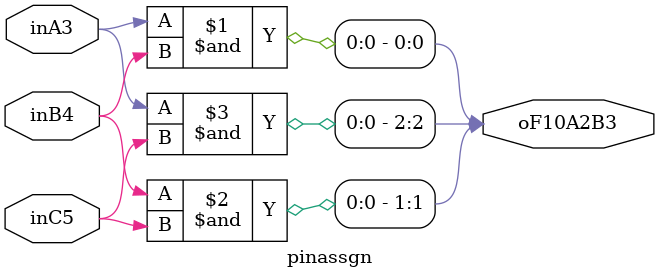
<source format=v>
/**************************************
 * Verilog source constraint example
 *    Pin Assignment for BGA Pkg.
 *    	   2/01/2001
 * Lattice Semiconductor Corporation 
 **************************************

 Target device = LC4256ZE-5MN144C
 For QFP type syntax, see pinassgnQFP.syn */

module pinassgn(inA3,inB4,inC5,oF10A2B3);

// The syntax of Verilog Synplicity pin assignment
// The following syntax must be included in each pin declaration line BEFORE the semicomlon. 
// synthesis loc="P[Pin#]"

input	inA3		/*synthesis loc="PA3"*/;
input	inB4		/*synthesis loc="PB4"*/;
input	inC5		/*synthesis loc="PC5"*/;
output	[0:2] oF10A2B3	/*synthesis loc="PF10PA4PB3"*/;

assign oF10A2B3[0] =  inA3 & inB4;
assign oF10A2B3[1] =  inB4 & inC5;
assign oF10A2B3[2] =  inA3 & inC5;

endmodule


</source>
